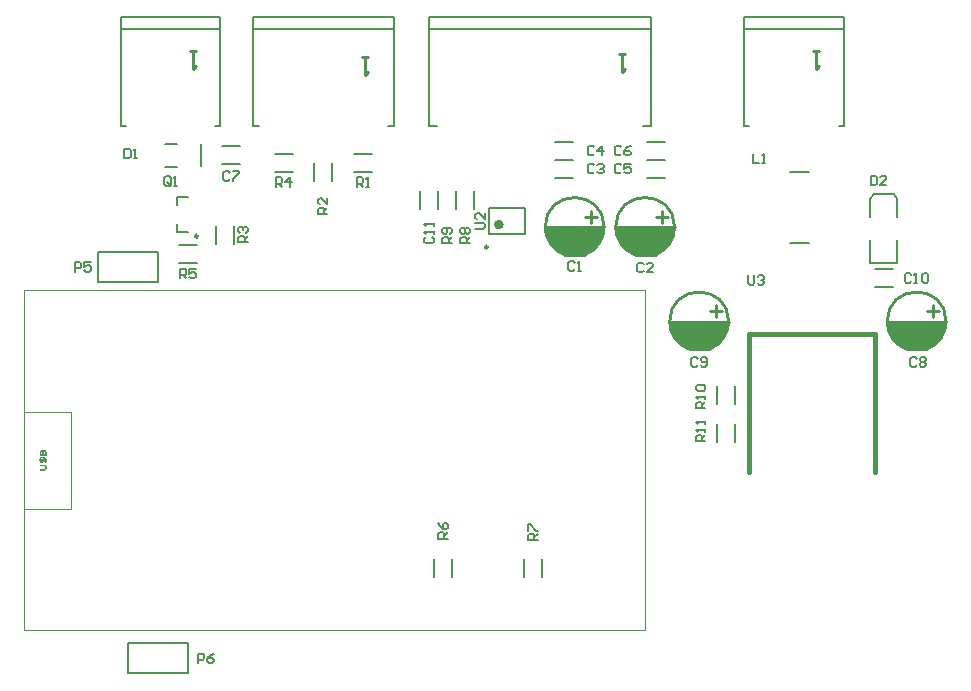
<source format=gto>
G04 Layer_Color=65535*
%FSLAX25Y25*%
%MOIN*%
G70*
G01*
G75*
%ADD35C,0.00984*%
%ADD36C,0.01575*%
%ADD37C,0.01000*%
%ADD38C,0.00787*%
%ADD39C,0.01500*%
%ADD40C,0.00800*%
%ADD41C,0.00394*%
%ADD42C,0.00591*%
G36*
X-10773Y-121018D02*
X-10757D01*
X-10713Y-121023D01*
X-10667Y-121031D01*
X-10615Y-121045D01*
X-10563Y-121062D01*
X-10511Y-121086D01*
X-10508D01*
X-10506Y-121089D01*
X-10489Y-121100D01*
X-10465Y-121113D01*
X-10432Y-121135D01*
X-10396Y-121163D01*
X-10361Y-121195D01*
X-10323Y-121231D01*
X-10287Y-121274D01*
Y-121277D01*
X-10282Y-121280D01*
X-10276Y-121288D01*
X-10271Y-121299D01*
X-10252Y-121326D01*
X-10230Y-121365D01*
X-10205Y-121411D01*
X-10181Y-121463D01*
X-10159Y-121520D01*
X-10140Y-121580D01*
Y-121583D01*
X-10137Y-121588D01*
Y-121597D01*
X-10134Y-121610D01*
X-10129Y-121627D01*
X-10126Y-121646D01*
X-10123Y-121670D01*
X-10118Y-121695D01*
X-10115Y-121725D01*
X-10110Y-121755D01*
X-10107Y-121791D01*
X-10104Y-121829D01*
X-10099Y-121911D01*
X-10096Y-122001D01*
Y-123027D01*
X-12449D01*
Y-122115D01*
Y-122113D01*
Y-122102D01*
Y-122088D01*
Y-122069D01*
Y-122044D01*
Y-122020D01*
X-12447Y-121990D01*
Y-121957D01*
X-12444Y-121889D01*
X-12441Y-121820D01*
X-12436Y-121755D01*
X-12433Y-121728D01*
X-12430Y-121700D01*
Y-121698D01*
Y-121695D01*
X-12427Y-121678D01*
X-12422Y-121651D01*
X-12414Y-121618D01*
X-12400Y-121578D01*
X-12387Y-121534D01*
X-12368Y-121487D01*
X-12346Y-121438D01*
Y-121436D01*
X-12343Y-121433D01*
X-12332Y-121416D01*
X-12318Y-121392D01*
X-12297Y-121362D01*
X-12272Y-121332D01*
X-12239Y-121296D01*
X-12204Y-121266D01*
X-12163Y-121239D01*
X-12157Y-121236D01*
X-12144Y-121228D01*
X-12119Y-121217D01*
X-12086Y-121203D01*
X-12048Y-121193D01*
X-12004Y-121182D01*
X-11955Y-121174D01*
X-11901Y-121171D01*
X-11873D01*
X-11857Y-121174D01*
X-11841Y-121176D01*
X-11800Y-121182D01*
X-11753Y-121193D01*
X-11701Y-121209D01*
X-11652Y-121231D01*
X-11600Y-121261D01*
X-11598D01*
X-11595Y-121266D01*
X-11579Y-121277D01*
X-11554Y-121299D01*
X-11527Y-121326D01*
X-11494Y-121362D01*
X-11461Y-121405D01*
X-11428Y-121457D01*
X-11398Y-121515D01*
X-11385D01*
Y-121512D01*
X-11382Y-121504D01*
X-11379Y-121493D01*
X-11377Y-121476D01*
X-11368Y-121457D01*
X-11363Y-121436D01*
X-11344Y-121384D01*
X-11316Y-121326D01*
X-11284Y-121264D01*
X-11243Y-121206D01*
X-11194Y-121152D01*
X-11191Y-121149D01*
X-11188Y-121146D01*
X-11180Y-121138D01*
X-11169Y-121130D01*
X-11153Y-121119D01*
X-11136Y-121108D01*
X-11117Y-121097D01*
X-11093Y-121083D01*
X-11068Y-121070D01*
X-11038Y-121059D01*
X-10975Y-121037D01*
X-10902Y-121021D01*
X-10860Y-121018D01*
X-10817Y-121015D01*
X-10787D01*
X-10773Y-121018D01*
D02*
G37*
G36*
X-10800Y-123445D02*
X-10776Y-123448D01*
X-10746Y-123450D01*
X-10713Y-123459D01*
X-10675Y-123467D01*
X-10634Y-123478D01*
X-10588Y-123494D01*
X-10544Y-123513D01*
X-10495Y-123538D01*
X-10448Y-123568D01*
X-10402Y-123600D01*
X-10356Y-123639D01*
X-10312Y-123685D01*
X-10268Y-123737D01*
X-10265Y-123740D01*
X-10260Y-123751D01*
X-10249Y-123767D01*
X-10235Y-123792D01*
X-10219Y-123822D01*
X-10200Y-123857D01*
X-10181Y-123898D01*
X-10162Y-123947D01*
X-10140Y-124002D01*
X-10121Y-124062D01*
X-10102Y-124127D01*
X-10085Y-124201D01*
X-10071Y-124277D01*
X-10061Y-124359D01*
X-10055Y-124447D01*
X-10052Y-124540D01*
Y-124542D01*
Y-124553D01*
Y-124567D01*
Y-124589D01*
X-10055Y-124613D01*
Y-124643D01*
X-10058Y-124676D01*
Y-124712D01*
X-10063Y-124794D01*
X-10074Y-124878D01*
X-10085Y-124966D01*
X-10102Y-125050D01*
Y-125053D01*
X-10104Y-125058D01*
X-10107Y-125072D01*
X-10110Y-125086D01*
X-10115Y-125105D01*
X-10123Y-125129D01*
X-10129Y-125154D01*
X-10137Y-125181D01*
X-10156Y-125244D01*
X-10178Y-125312D01*
X-10205Y-125383D01*
X-10233Y-125454D01*
X-10798D01*
Y-125389D01*
X-10795Y-125386D01*
X-10792Y-125380D01*
X-10784Y-125370D01*
X-10773Y-125356D01*
X-10759Y-125337D01*
X-10746Y-125318D01*
X-10729Y-125293D01*
X-10713Y-125266D01*
X-10675Y-125203D01*
X-10637Y-125132D01*
X-10598Y-125053D01*
X-10566Y-124968D01*
Y-124966D01*
X-10563Y-124957D01*
X-10558Y-124946D01*
X-10555Y-124927D01*
X-10547Y-124908D01*
X-10541Y-124884D01*
X-10533Y-124856D01*
X-10527Y-124826D01*
X-10511Y-124758D01*
X-10500Y-124681D01*
X-10489Y-124602D01*
X-10486Y-124521D01*
Y-124518D01*
Y-124510D01*
Y-124499D01*
Y-124482D01*
X-10489Y-124460D01*
Y-124436D01*
X-10492Y-124408D01*
X-10495Y-124376D01*
Y-124373D01*
X-10497Y-124359D01*
Y-124343D01*
X-10503Y-124324D01*
X-10511Y-124275D01*
X-10519Y-124250D01*
X-10527Y-124228D01*
Y-124226D01*
X-10533Y-124217D01*
X-10538Y-124204D01*
X-10547Y-124187D01*
X-10568Y-124149D01*
X-10596Y-124114D01*
X-10598Y-124111D01*
X-10604Y-124106D01*
X-10615Y-124100D01*
X-10628Y-124089D01*
X-10648Y-124081D01*
X-10669Y-124075D01*
X-10694Y-124070D01*
X-10724Y-124067D01*
X-10738D01*
X-10751Y-124070D01*
X-10770Y-124075D01*
X-10790Y-124084D01*
X-10814Y-124097D01*
X-10836Y-124114D01*
X-10858Y-124135D01*
X-10860Y-124138D01*
X-10866Y-124146D01*
X-10877Y-124163D01*
X-10891Y-124185D01*
X-10904Y-124212D01*
X-10918Y-124245D01*
X-10932Y-124283D01*
X-10942Y-124327D01*
Y-124329D01*
X-10945Y-124332D01*
Y-124340D01*
X-10948Y-124348D01*
X-10953Y-124376D01*
X-10961Y-124411D01*
X-10972Y-124452D01*
X-10981Y-124501D01*
X-10992Y-124553D01*
X-11003Y-124608D01*
Y-124611D01*
Y-124613D01*
X-11005Y-124621D01*
X-11008Y-124632D01*
X-11013Y-124662D01*
X-11022Y-124698D01*
X-11033Y-124739D01*
X-11043Y-124785D01*
X-11073Y-124884D01*
Y-124886D01*
X-11079Y-124897D01*
X-11084Y-124911D01*
X-11090Y-124933D01*
X-11101Y-124957D01*
X-11112Y-124985D01*
X-11125Y-125015D01*
X-11142Y-125047D01*
X-11180Y-125118D01*
X-11224Y-125189D01*
X-11276Y-125255D01*
X-11303Y-125285D01*
X-11333Y-125312D01*
X-11336D01*
X-11341Y-125318D01*
X-11349Y-125323D01*
X-11363Y-125331D01*
X-11379Y-125342D01*
X-11398Y-125353D01*
X-11420Y-125364D01*
X-11447Y-125375D01*
X-11475Y-125389D01*
X-11507Y-125399D01*
X-11576Y-125421D01*
X-11658Y-125435D01*
X-11701Y-125438D01*
X-11745Y-125441D01*
X-11759D01*
X-11778Y-125438D01*
X-11800Y-125435D01*
X-11827Y-125432D01*
X-11860Y-125424D01*
X-11895Y-125416D01*
X-11936Y-125402D01*
X-11977Y-125389D01*
X-12021Y-125370D01*
X-12064Y-125345D01*
X-12108Y-125315D01*
X-12155Y-125282D01*
X-12198Y-125244D01*
X-12239Y-125198D01*
X-12280Y-125146D01*
X-12283Y-125143D01*
X-12288Y-125132D01*
X-12299Y-125116D01*
X-12313Y-125091D01*
X-12329Y-125064D01*
X-12346Y-125028D01*
X-12365Y-124987D01*
X-12387Y-124941D01*
X-12406Y-124889D01*
X-12425Y-124832D01*
X-12441Y-124769D01*
X-12458Y-124703D01*
X-12471Y-124630D01*
X-12482Y-124553D01*
X-12488Y-124474D01*
X-12490Y-124389D01*
Y-124387D01*
Y-124379D01*
Y-124368D01*
Y-124348D01*
Y-124329D01*
X-12488Y-124305D01*
Y-124275D01*
X-12485Y-124245D01*
X-12479Y-124177D01*
X-12471Y-124097D01*
X-12460Y-124015D01*
X-12444Y-123931D01*
Y-123928D01*
X-12441Y-123920D01*
X-12438Y-123909D01*
X-12436Y-123893D01*
X-12433Y-123873D01*
X-12427Y-123849D01*
X-12419Y-123824D01*
X-12414Y-123794D01*
X-12398Y-123734D01*
X-12378Y-123666D01*
X-12357Y-123600D01*
X-12332Y-123535D01*
X-11791D01*
Y-123600D01*
Y-123603D01*
X-11797Y-123606D01*
X-11802Y-123614D01*
X-11811Y-123625D01*
X-11819Y-123639D01*
X-11830Y-123655D01*
X-11857Y-123696D01*
X-11887Y-123748D01*
X-11917Y-123808D01*
X-11950Y-123876D01*
X-11980Y-123950D01*
Y-123953D01*
X-11982Y-123958D01*
X-11988Y-123969D01*
X-11991Y-123985D01*
X-11999Y-124004D01*
X-12004Y-124026D01*
X-12010Y-124051D01*
X-12018Y-124078D01*
X-12032Y-124144D01*
X-12045Y-124215D01*
X-12054Y-124291D01*
X-12056Y-124370D01*
Y-124373D01*
Y-124384D01*
Y-124398D01*
Y-124417D01*
X-12054Y-124441D01*
X-12051Y-124466D01*
X-12045Y-124523D01*
Y-124526D01*
X-12043Y-124537D01*
X-12040Y-124550D01*
X-12037Y-124570D01*
X-12032Y-124592D01*
X-12024Y-124613D01*
X-12007Y-124665D01*
Y-124668D01*
X-12002Y-124676D01*
X-11996Y-124687D01*
X-11988Y-124701D01*
X-11966Y-124736D01*
X-11933Y-124772D01*
X-11931Y-124774D01*
X-11925Y-124777D01*
X-11914Y-124785D01*
X-11903Y-124794D01*
X-11887Y-124802D01*
X-11868Y-124807D01*
X-11846Y-124813D01*
X-11824Y-124815D01*
X-11808D01*
X-11791Y-124813D01*
X-11772Y-124807D01*
X-11748Y-124799D01*
X-11726Y-124785D01*
X-11701Y-124769D01*
X-11682Y-124744D01*
X-11680Y-124742D01*
X-11674Y-124731D01*
X-11666Y-124712D01*
X-11652Y-124684D01*
X-11639Y-124649D01*
X-11625Y-124602D01*
X-11617Y-124575D01*
X-11609Y-124545D01*
X-11600Y-124512D01*
X-11592Y-124477D01*
Y-124474D01*
Y-124471D01*
X-11587Y-124455D01*
X-11581Y-124430D01*
X-11576Y-124398D01*
X-11568Y-124359D01*
X-11557Y-124319D01*
X-11538Y-124228D01*
Y-124226D01*
Y-124223D01*
X-11532Y-124206D01*
X-11527Y-124182D01*
X-11521Y-124152D01*
X-11510Y-124114D01*
X-11499Y-124070D01*
X-11486Y-124021D01*
X-11469Y-123972D01*
Y-123969D01*
X-11467Y-123961D01*
X-11461Y-123947D01*
X-11453Y-123928D01*
X-11445Y-123906D01*
X-11434Y-123879D01*
X-11406Y-123822D01*
X-11371Y-123756D01*
X-11330Y-123691D01*
X-11284Y-123628D01*
X-11256Y-123598D01*
X-11229Y-123573D01*
X-11226Y-123570D01*
X-11221Y-123568D01*
X-11213Y-123562D01*
X-11202Y-123551D01*
X-11185Y-123543D01*
X-11169Y-123532D01*
X-11147Y-123519D01*
X-11123Y-123508D01*
X-11095Y-123494D01*
X-11065Y-123483D01*
X-10997Y-123461D01*
X-10921Y-123448D01*
X-10877Y-123445D01*
X-10833Y-123442D01*
X-10817D01*
X-10800Y-123445D01*
D02*
G37*
G36*
X-10907Y-125896D02*
X-10877D01*
X-10839Y-125902D01*
X-10798Y-125907D01*
X-10751Y-125916D01*
X-10699Y-125926D01*
X-10648Y-125940D01*
X-10593Y-125959D01*
X-10538Y-125981D01*
X-10481Y-126006D01*
X-10426Y-126038D01*
X-10375Y-126074D01*
X-10325Y-126115D01*
X-10279Y-126161D01*
X-10276Y-126164D01*
X-10268Y-126175D01*
X-10257Y-126189D01*
X-10244Y-126210D01*
X-10224Y-126238D01*
X-10205Y-126273D01*
X-10183Y-126311D01*
X-10164Y-126358D01*
X-10142Y-126410D01*
X-10121Y-126467D01*
X-10102Y-126532D01*
X-10082Y-126603D01*
X-10069Y-126677D01*
X-10058Y-126759D01*
X-10050Y-126849D01*
X-10047Y-126942D01*
Y-126945D01*
Y-126947D01*
Y-126956D01*
Y-126964D01*
X-10050Y-126991D01*
Y-127027D01*
X-10055Y-127070D01*
X-10061Y-127119D01*
X-10066Y-127174D01*
X-10077Y-127234D01*
X-10088Y-127294D01*
X-10104Y-127360D01*
X-10123Y-127425D01*
X-10145Y-127488D01*
X-10172Y-127553D01*
X-10203Y-127614D01*
X-10238Y-127671D01*
X-10279Y-127723D01*
X-10282Y-127726D01*
X-10290Y-127734D01*
X-10304Y-127747D01*
X-10323Y-127764D01*
X-10347Y-127783D01*
X-10375Y-127805D01*
X-10410Y-127829D01*
X-10448Y-127854D01*
X-10495Y-127878D01*
X-10544Y-127903D01*
X-10598Y-127925D01*
X-10659Y-127944D01*
X-10721Y-127960D01*
X-10792Y-127974D01*
X-10866Y-127982D01*
X-10945Y-127985D01*
X-12449D01*
Y-127379D01*
X-10956D01*
X-10937Y-127376D01*
X-10918D01*
X-10896Y-127373D01*
X-10841Y-127365D01*
X-10781Y-127354D01*
X-10721Y-127335D01*
X-10664Y-127311D01*
X-10639Y-127294D01*
X-10615Y-127278D01*
X-10609Y-127272D01*
X-10596Y-127259D01*
X-10577Y-127231D01*
X-10555Y-127196D01*
X-10544Y-127174D01*
X-10533Y-127149D01*
X-10522Y-127122D01*
X-10514Y-127092D01*
X-10506Y-127059D01*
X-10500Y-127024D01*
X-10497Y-126983D01*
X-10495Y-126942D01*
Y-126939D01*
Y-126931D01*
Y-126920D01*
X-10497Y-126904D01*
Y-126885D01*
X-10500Y-126863D01*
X-10508Y-126814D01*
X-10522Y-126759D01*
X-10544Y-126705D01*
X-10571Y-126650D01*
X-10590Y-126628D01*
X-10609Y-126606D01*
X-10612D01*
X-10615Y-126601D01*
X-10623Y-126595D01*
X-10631Y-126590D01*
X-10645Y-126582D01*
X-10659Y-126573D01*
X-10678Y-126562D01*
X-10699Y-126552D01*
X-10724Y-126543D01*
X-10749Y-126532D01*
X-10781Y-126524D01*
X-10814Y-126516D01*
X-10850Y-126511D01*
X-10891Y-126505D01*
X-10932Y-126500D01*
X-12449D01*
Y-125894D01*
X-10929D01*
X-10907Y-125896D01*
D02*
G37*
G36*
X217264Y-78966D02*
X217041Y-80433D01*
X216602Y-81850D01*
X215955Y-83185D01*
X215115Y-84408D01*
X214101Y-85491D01*
X212936Y-86410D01*
X211647Y-87145D01*
X210955Y-87411D01*
X203888Y-87411D01*
Y-87411D01*
X203196Y-87145D01*
X201906Y-86410D01*
X200742Y-85491D01*
X199728Y-84408D01*
X198888Y-83185D01*
X198241Y-81850D01*
X197801Y-80433D01*
X197579Y-78966D01*
Y-78224D01*
X217264D01*
Y-78966D01*
D02*
G37*
G36*
X175764Y-47470D02*
X175541Y-48937D01*
X175102Y-50354D01*
X174454Y-51689D01*
X173615Y-52912D01*
X172601Y-53995D01*
X171436Y-54914D01*
X170147Y-55648D01*
X169455Y-55915D01*
X162388Y-55915D01*
Y-55915D01*
X161696Y-55648D01*
X160406Y-54914D01*
X159242Y-53995D01*
X158228Y-52912D01*
X157388Y-51689D01*
X156741Y-50354D01*
X156301Y-48937D01*
X156079Y-47470D01*
Y-46728D01*
X175764D01*
Y-47470D01*
D02*
G37*
G36*
X199264D02*
X199041Y-48937D01*
X198602Y-50354D01*
X197954Y-51689D01*
X197115Y-52912D01*
X196101Y-53995D01*
X194936Y-54914D01*
X193647Y-55648D01*
X192955Y-55915D01*
X185888Y-55915D01*
Y-55915D01*
X185196Y-55648D01*
X183906Y-54914D01*
X182742Y-53995D01*
X181728Y-52912D01*
X180888Y-51689D01*
X180241Y-50354D01*
X179801Y-48937D01*
X179579Y-47470D01*
Y-46728D01*
X199264D01*
Y-47470D01*
D02*
G37*
G36*
X289764Y-78966D02*
X289541Y-80433D01*
X289102Y-81850D01*
X288455Y-83185D01*
X287615Y-84408D01*
X286601Y-85491D01*
X285436Y-86410D01*
X284147Y-87145D01*
X283455Y-87411D01*
X276388Y-87411D01*
Y-87411D01*
X275696Y-87145D01*
X274406Y-86410D01*
X273242Y-85491D01*
X272228Y-84408D01*
X271388Y-83185D01*
X270741Y-81850D01*
X270301Y-80433D01*
X270079Y-78966D01*
Y-78224D01*
X289764D01*
Y-78966D01*
D02*
G37*
%LPC*%
G36*
X-10825Y-121646D02*
X-10844D01*
X-10863Y-121649D01*
X-10888Y-121651D01*
X-10915Y-121657D01*
X-10945Y-121665D01*
X-10972Y-121676D01*
X-10997Y-121689D01*
X-11000Y-121692D01*
X-11008Y-121698D01*
X-11019Y-121709D01*
X-11033Y-121725D01*
X-11046Y-121744D01*
X-11062Y-121769D01*
X-11076Y-121801D01*
X-11090Y-121837D01*
Y-121840D01*
X-11093Y-121851D01*
X-11095Y-121867D01*
X-11101Y-121889D01*
X-11103Y-121916D01*
X-11106Y-121949D01*
X-11109Y-121990D01*
X-11112Y-122033D01*
Y-122039D01*
Y-122055D01*
Y-122080D01*
X-11114Y-122113D01*
Y-122151D01*
Y-122195D01*
Y-122241D01*
Y-122290D01*
Y-122421D01*
X-10527D01*
Y-122377D01*
Y-122375D01*
Y-122366D01*
Y-122353D01*
Y-122336D01*
Y-122315D01*
Y-122290D01*
Y-122236D01*
Y-122178D01*
Y-122118D01*
Y-122061D01*
Y-122036D01*
Y-122014D01*
Y-122009D01*
Y-121995D01*
X-10530Y-121976D01*
X-10533Y-121949D01*
X-10538Y-121916D01*
X-10547Y-121883D01*
X-10555Y-121848D01*
X-10568Y-121812D01*
X-10571Y-121807D01*
X-10577Y-121796D01*
X-10585Y-121780D01*
X-10598Y-121760D01*
X-10612Y-121739D01*
X-10631Y-121717D01*
X-10650Y-121698D01*
X-10675Y-121681D01*
X-10678Y-121678D01*
X-10686Y-121676D01*
X-10699Y-121670D01*
X-10719Y-121662D01*
X-10740Y-121657D01*
X-10765Y-121651D01*
X-10795Y-121649D01*
X-10825Y-121646D01*
D02*
G37*
G36*
X-11783Y-121791D02*
X-11794D01*
X-11805Y-121793D01*
X-11819D01*
X-11857Y-121804D01*
X-11876Y-121810D01*
X-11898Y-121820D01*
X-11901D01*
X-11909Y-121826D01*
X-11920Y-121834D01*
X-11931Y-121845D01*
X-11947Y-121859D01*
X-11961Y-121878D01*
X-11974Y-121900D01*
X-11988Y-121924D01*
Y-121927D01*
X-11991Y-121935D01*
X-11996Y-121949D01*
X-12002Y-121968D01*
X-12004Y-121993D01*
X-12010Y-122020D01*
X-12013Y-122053D01*
X-12015Y-122088D01*
Y-122093D01*
Y-122107D01*
Y-122129D01*
X-12018Y-122159D01*
Y-122200D01*
Y-122246D01*
Y-122304D01*
Y-122366D01*
Y-122421D01*
X-11521D01*
Y-122328D01*
Y-122326D01*
Y-122323D01*
Y-122315D01*
Y-122304D01*
Y-122276D01*
Y-122244D01*
Y-122205D01*
Y-122164D01*
X-11524Y-122121D01*
Y-122083D01*
Y-122077D01*
X-11527Y-122066D01*
Y-122047D01*
X-11529Y-122025D01*
X-11540Y-121973D01*
X-11548Y-121946D01*
X-11557Y-121924D01*
X-11559Y-121922D01*
X-11562Y-121911D01*
X-11570Y-121897D01*
X-11581Y-121881D01*
X-11611Y-121845D01*
X-11630Y-121829D01*
X-11649Y-121818D01*
X-11652D01*
X-11660Y-121812D01*
X-11671Y-121810D01*
X-11688Y-121804D01*
X-11707Y-121799D01*
X-11731Y-121796D01*
X-11783Y-121791D01*
D02*
G37*
%LPD*%
D35*
X137024Y-53390D02*
G03*
X137024Y-53390I-492J0D01*
G01*
X40429Y-49784D02*
G03*
X40429Y-49784I-492J0D01*
G01*
D36*
X141453Y-45910D02*
G03*
X141453Y-45910I-787J0D01*
G01*
D37*
X169455Y-55915D02*
G03*
X175764Y-46728I-3533J9186D01*
G01*
X156079D02*
G03*
X162388Y-55915I9843J0D01*
G01*
X175764Y-46728D02*
G03*
X156079Y-46728I-9843J0D01*
G01*
X192955Y-55915D02*
G03*
X199264Y-46728I-3533J9186D01*
G01*
X179579D02*
G03*
X185888Y-55915I9843J0D01*
G01*
X199264Y-46728D02*
G03*
X179579Y-46728I-9843J0D01*
G01*
X283455Y-87411D02*
G03*
X289764Y-78224I-3533J9186D01*
G01*
X270079D02*
G03*
X276388Y-87411I9843J0D01*
G01*
X289764Y-78224D02*
G03*
X270079Y-78224I-9843J0D01*
G01*
X210955Y-87411D02*
G03*
X217264Y-78224I-3533J9186D01*
G01*
X197579D02*
G03*
X203888Y-87411I9843J0D01*
G01*
X217264Y-78224D02*
G03*
X197579Y-78224I-9843J0D01*
G01*
X156121Y-46728D02*
X175721D01*
X162388Y-55915D02*
X169455D01*
X179621Y-46728D02*
X199221D01*
X185888Y-55915D02*
X192955D01*
X270121Y-78224D02*
X289721D01*
X276388Y-87411D02*
X283455D01*
X197621Y-78224D02*
X217221D01*
X203888Y-87411D02*
X210955D01*
X247496Y12051D02*
X245497D01*
X246496D01*
Y6053D01*
X247496Y7053D01*
X97055Y9980D02*
X95056D01*
X96055D01*
Y3982D01*
X97055Y4982D01*
X39728Y12047D02*
X37729D01*
X38729D01*
Y6049D01*
X39728Y7049D01*
X182768Y11067D02*
X180768D01*
X181768D01*
Y5069D01*
X182768Y6069D01*
X171522Y-52628D02*
Y-48630D01*
X171422Y-45328D02*
Y-41330D01*
X169423Y-43329D02*
X173422D01*
X195022Y-52628D02*
Y-48630D01*
X194922Y-45328D02*
Y-41330D01*
X192923Y-43329D02*
X196922D01*
X285522Y-84124D02*
Y-80126D01*
X285422Y-76824D02*
Y-72826D01*
X283423Y-74825D02*
X287422D01*
X213022Y-84124D02*
Y-80126D01*
X212922Y-76824D02*
Y-72826D01*
X210923Y-74825D02*
X214922D01*
D38*
X273449Y-58642D02*
Y-51161D01*
X264394Y-58642D02*
Y-51161D01*
Y-58642D02*
X273449D01*
X265713Y-35807D02*
X272248D01*
X273449Y-43287D02*
Y-37308D01*
X264394Y-37456D02*
X265713Y-35807D01*
X272248D02*
X273449Y-37308D01*
X264394Y-43287D02*
Y-37456D01*
X222496Y-12949D02*
Y23272D01*
X253894Y-12949D02*
X255469D01*
X255567D02*
Y23272D01*
X222496Y19335D02*
X255567D01*
X222496Y23272D02*
X255567D01*
X222594Y-12949D02*
X224169D01*
X105815Y-12953D02*
Y23268D01*
X58571D02*
X105815D01*
X103847Y-12953D02*
X105815D01*
X58571Y19331D02*
X105421D01*
X58571Y-12953D02*
Y23268D01*
Y-12953D02*
X60539D01*
X14728D02*
Y23268D01*
X46126Y-12953D02*
X47701D01*
X47799D02*
Y23268D01*
X14728Y19331D02*
X47799D01*
X14728Y23268D02*
X47799D01*
X14827Y-12953D02*
X16402D01*
X117413Y19335D02*
X191429D01*
X117413Y-12949D02*
Y23272D01*
X188772Y-12949D02*
X191429D01*
Y23272D01*
X117413D02*
X191429D01*
X117413Y-12949D02*
X120071D01*
X237772Y-52035D02*
X244071D01*
X237772Y-28413D02*
X244071D01*
X137516Y-49059D02*
X149327D01*
X137516Y-40398D02*
X149327D01*
X137516Y-49059D02*
Y-40398D01*
X149327Y-49059D02*
Y-40398D01*
X33244Y-39350D02*
Y-36595D01*
X37181D01*
X33244Y-48406D02*
Y-45650D01*
Y-48406D02*
X37181D01*
X29421Y-26567D02*
X33421D01*
X29421Y-18890D02*
X33421D01*
X41264Y-26272D02*
Y-19185D01*
X37000Y-195500D02*
Y-185500D01*
X17000Y-195500D02*
X37000D01*
X17000D02*
Y-185500D01*
X37000D01*
X7000Y-65000D02*
Y-55000D01*
X27000D01*
Y-65000D02*
Y-55000D01*
X7000Y-65000D02*
X27000D01*
D39*
X265925Y-128535D02*
Y-82236D01*
X223917Y-128535D02*
Y-82236D01*
X265925D01*
D40*
X114421Y-40728D02*
Y-34728D01*
X120421Y-40728D02*
Y-34728D01*
X126421Y-40728D02*
Y-34728D01*
X120421Y-40728D02*
Y-34728D01*
X132421Y-40579D02*
Y-34579D01*
X126421Y-40579D02*
Y-34579D01*
X159421Y-24228D02*
X165421D01*
X159421Y-30228D02*
X165421D01*
X159421Y-18228D02*
X165421D01*
X159421Y-24228D02*
X165421D01*
X189921Y-30228D02*
X195921D01*
X189921Y-24228D02*
X195921D01*
X189921D02*
X195921D01*
X189921Y-18228D02*
X195921D01*
X65921Y-28228D02*
X71921D01*
X65921Y-22228D02*
X71921D01*
X92421Y-28228D02*
X98421D01*
X92421Y-22228D02*
X98421D01*
X78921Y-31228D02*
Y-25228D01*
X84921Y-31228D02*
Y-25228D01*
X265921Y-66724D02*
X271921D01*
X265921Y-60724D02*
X271921D01*
X213421Y-105874D02*
Y-99874D01*
X219421Y-105874D02*
Y-99874D01*
X213421Y-118374D02*
Y-112374D01*
X219421Y-118374D02*
Y-112374D01*
X155000Y-163500D02*
Y-157500D01*
X149000Y-163500D02*
Y-157500D01*
X125000Y-163500D02*
Y-157500D01*
X119000Y-163500D02*
Y-157500D01*
X52421Y-52228D02*
Y-46228D01*
X46421Y-52228D02*
Y-46228D01*
X33921Y-58728D02*
X39921D01*
X33921Y-52728D02*
X39921D01*
X48421Y-25728D02*
X54421D01*
X48421Y-19728D02*
X54421D01*
D41*
X-17626Y-140740D02*
X-1878D01*
X-17626Y-108260D02*
X-1878D01*
Y-140740D02*
Y-108260D01*
X-17724Y-67807D02*
X189362D01*
X-17724Y-181193D02*
Y-67807D01*
Y-181193D02*
X189362D01*
Y-67807D01*
D42*
X264624Y-29680D02*
Y-32828D01*
X266198D01*
X266723Y-32304D01*
Y-30204D01*
X266198Y-29680D01*
X264624D01*
X269871Y-32828D02*
X267772D01*
X269871Y-30729D01*
Y-30204D01*
X269346Y-29680D01*
X268297D01*
X267772Y-30204D01*
X209496Y-107160D02*
X206347D01*
Y-105586D01*
X206872Y-105061D01*
X207921D01*
X208446Y-105586D01*
Y-107160D01*
Y-106111D02*
X209496Y-105061D01*
Y-104012D02*
Y-102962D01*
Y-103487D01*
X206347D01*
X206872Y-104012D01*
Y-101388D02*
X206347Y-100863D01*
Y-99813D01*
X206872Y-99289D01*
X208971D01*
X209496Y-99813D01*
Y-100863D01*
X208971Y-101388D01*
X206872D01*
X209496Y-118135D02*
X206347D01*
Y-116561D01*
X206872Y-116036D01*
X207921D01*
X208446Y-116561D01*
Y-118135D01*
Y-117086D02*
X209496Y-116036D01*
Y-114987D02*
Y-113937D01*
Y-114462D01*
X206347D01*
X206872Y-114987D01*
X209496Y-112363D02*
Y-111313D01*
Y-111838D01*
X206347D01*
X206872Y-112363D01*
X132847Y-47352D02*
X135471D01*
X135996Y-46827D01*
Y-45778D01*
X135471Y-45253D01*
X132847D01*
X135996Y-42105D02*
Y-44204D01*
X133897Y-42105D01*
X133372D01*
X132847Y-42629D01*
Y-43679D01*
X133372Y-44204D01*
X223724Y-62880D02*
Y-65504D01*
X224248Y-66028D01*
X225298D01*
X225823Y-65504D01*
Y-62880D01*
X226872Y-63405D02*
X227397Y-62880D01*
X228447D01*
X228971Y-63405D01*
Y-63929D01*
X228447Y-64454D01*
X227922D01*
X228447D01*
X228971Y-64979D01*
Y-65504D01*
X228447Y-66028D01*
X227397D01*
X226872Y-65504D01*
X172397Y-26179D02*
X171872Y-25654D01*
X170822D01*
X170297Y-26179D01*
Y-28278D01*
X170822Y-28803D01*
X171872D01*
X172397Y-28278D01*
X173446Y-26179D02*
X173971Y-25654D01*
X175020D01*
X175545Y-26179D01*
Y-26704D01*
X175020Y-27228D01*
X174496D01*
X175020D01*
X175545Y-27753D01*
Y-28278D01*
X175020Y-28803D01*
X173971D01*
X173446Y-28278D01*
X172397Y-20179D02*
X171872Y-19654D01*
X170822D01*
X170297Y-20179D01*
Y-22278D01*
X170822Y-22803D01*
X171872D01*
X172397Y-22278D01*
X175020Y-22803D02*
Y-19654D01*
X173446Y-21228D01*
X175545D01*
X181396Y-26179D02*
X180872Y-25654D01*
X179822D01*
X179297Y-26179D01*
Y-28278D01*
X179822Y-28803D01*
X180872D01*
X181396Y-28278D01*
X184545Y-25654D02*
X182446D01*
Y-27228D01*
X183496Y-26704D01*
X184020D01*
X184545Y-27228D01*
Y-28278D01*
X184020Y-28803D01*
X182971D01*
X182446Y-28278D01*
X181396Y-20179D02*
X180872Y-19654D01*
X179822D01*
X179297Y-20179D01*
Y-22278D01*
X179822Y-22803D01*
X180872D01*
X181396Y-22278D01*
X184545Y-19654D02*
X183496Y-20179D01*
X182446Y-21228D01*
Y-22278D01*
X182971Y-22803D01*
X184020D01*
X184545Y-22278D01*
Y-21753D01*
X184020Y-21228D01*
X182446D01*
X50897Y-28679D02*
X50372Y-28154D01*
X49322D01*
X48797Y-28679D01*
Y-30778D01*
X49322Y-31303D01*
X50372D01*
X50897Y-30778D01*
X51946Y-28154D02*
X54045D01*
Y-28679D01*
X51946Y-30778D01*
Y-31303D01*
X278085Y-62675D02*
X277560Y-62150D01*
X276510D01*
X275986Y-62675D01*
Y-64774D01*
X276510Y-65299D01*
X277560D01*
X278085Y-64774D01*
X279134Y-65299D02*
X280184D01*
X279659D01*
Y-62150D01*
X279134Y-62675D01*
X281758D02*
X282283Y-62150D01*
X283332D01*
X283857Y-62675D01*
Y-64774D01*
X283332Y-65299D01*
X282283D01*
X281758Y-64774D01*
Y-62675D01*
X15822Y-20654D02*
Y-23803D01*
X17397D01*
X17921Y-23278D01*
Y-21179D01*
X17397Y-20654D01*
X15822D01*
X18971Y-23803D02*
X20020D01*
X19496D01*
Y-20654D01*
X18971Y-21179D01*
X93322Y-33303D02*
Y-30154D01*
X94897D01*
X95421Y-30679D01*
Y-31728D01*
X94897Y-32253D01*
X93322D01*
X94372D02*
X95421Y-33303D01*
X96471D02*
X97520D01*
X96996D01*
Y-30154D01*
X96471Y-30679D01*
X83496Y-42352D02*
X80347D01*
Y-40778D01*
X80872Y-40253D01*
X81921D01*
X82446Y-40778D01*
Y-42352D01*
Y-41303D02*
X83496Y-40253D01*
Y-37104D02*
Y-39204D01*
X81397Y-37104D01*
X80872D01*
X80347Y-37629D01*
Y-38679D01*
X80872Y-39204D01*
X56996Y-51852D02*
X53847D01*
Y-50278D01*
X54372Y-49753D01*
X55421D01*
X55946Y-50278D01*
Y-51852D01*
Y-50803D02*
X56996Y-49753D01*
X54372Y-48704D02*
X53847Y-48179D01*
Y-47129D01*
X54372Y-46604D01*
X54896D01*
X55421Y-47129D01*
Y-47654D01*
Y-47129D01*
X55946Y-46604D01*
X56471D01*
X56996Y-47129D01*
Y-48179D01*
X56471Y-48704D01*
X66297Y-33303D02*
Y-30154D01*
X67872D01*
X68397Y-30679D01*
Y-31728D01*
X67872Y-32253D01*
X66297D01*
X67347D02*
X68397Y-33303D01*
X71020D02*
Y-30154D01*
X69446Y-31728D01*
X71545D01*
X34297Y-63803D02*
Y-60654D01*
X35872D01*
X36397Y-61179D01*
Y-62228D01*
X35872Y-62753D01*
X34297D01*
X35347D02*
X36397Y-63803D01*
X39545Y-60654D02*
X37446D01*
Y-62228D01*
X38496Y-61704D01*
X39020D01*
X39545Y-62228D01*
Y-63278D01*
X39020Y-63803D01*
X37971D01*
X37446Y-63278D01*
X123574Y-150624D02*
X120426D01*
Y-149049D01*
X120950Y-148525D01*
X122000D01*
X122525Y-149049D01*
Y-150624D01*
Y-149574D02*
X123574Y-148525D01*
X120426Y-145376D02*
X120950Y-146426D01*
X122000Y-147475D01*
X123049D01*
X123574Y-146950D01*
Y-145901D01*
X123049Y-145376D01*
X122525D01*
X122000Y-145901D01*
Y-147475D01*
X153574Y-151124D02*
X150426D01*
Y-149549D01*
X150951Y-149025D01*
X152000D01*
X152525Y-149549D01*
Y-151124D01*
Y-150074D02*
X153574Y-149025D01*
X150426Y-147975D02*
Y-145876D01*
X150951D01*
X153050Y-147975D01*
X153574D01*
X130996Y-52139D02*
X127847D01*
Y-50565D01*
X128372Y-50040D01*
X129421D01*
X129946Y-50565D01*
Y-52139D01*
Y-51090D02*
X130996Y-50040D01*
X128372Y-48991D02*
X127847Y-48466D01*
Y-47416D01*
X128372Y-46892D01*
X128896D01*
X129421Y-47416D01*
X129946Y-46892D01*
X130471D01*
X130996Y-47416D01*
Y-48466D01*
X130471Y-48991D01*
X129946D01*
X129421Y-48466D01*
X128896Y-48991D01*
X128372D01*
X129421Y-48466D02*
Y-47416D01*
X124996Y-52139D02*
X121847D01*
Y-50565D01*
X122372Y-50040D01*
X123421D01*
X123946Y-50565D01*
Y-52139D01*
Y-51090D02*
X124996Y-50040D01*
X124471Y-48991D02*
X124996Y-48466D01*
Y-47416D01*
X124471Y-46892D01*
X122372D01*
X121847Y-47416D01*
Y-48466D01*
X122372Y-48991D01*
X122897D01*
X123421Y-48466D01*
Y-46892D01*
X225224Y-22280D02*
Y-25428D01*
X227323D01*
X228372D02*
X229422D01*
X228897D01*
Y-22280D01*
X228372Y-22805D01*
X165921Y-58679D02*
X165396Y-58154D01*
X164347D01*
X163822Y-58679D01*
Y-60778D01*
X164347Y-61303D01*
X165396D01*
X165921Y-60778D01*
X166971Y-61303D02*
X168020D01*
X167496D01*
Y-58154D01*
X166971Y-58679D01*
X188897Y-59179D02*
X188372Y-58654D01*
X187322D01*
X186797Y-59179D01*
Y-61278D01*
X187322Y-61803D01*
X188372D01*
X188897Y-61278D01*
X192045Y-61803D02*
X189946D01*
X192045Y-59704D01*
Y-59179D01*
X191520Y-58654D01*
X190471D01*
X189946Y-59179D01*
X279896Y-90675D02*
X279372Y-90150D01*
X278322D01*
X277797Y-90675D01*
Y-92774D01*
X278322Y-93299D01*
X279372D01*
X279896Y-92774D01*
X280946Y-90675D02*
X281471Y-90150D01*
X282520D01*
X283045Y-90675D01*
Y-91200D01*
X282520Y-91724D01*
X283045Y-92249D01*
Y-92774D01*
X282520Y-93299D01*
X281471D01*
X280946Y-92774D01*
Y-92249D01*
X281471Y-91724D01*
X280946Y-91200D01*
Y-90675D01*
X281471Y-91724D02*
X282520D01*
X206896Y-90675D02*
X206372Y-90150D01*
X205322D01*
X204797Y-90675D01*
Y-92774D01*
X205322Y-93299D01*
X206372D01*
X206896Y-92774D01*
X207946D02*
X208471Y-93299D01*
X209520D01*
X210045Y-92774D01*
Y-90675D01*
X209520Y-90150D01*
X208471D01*
X207946Y-90675D01*
Y-91200D01*
X208471Y-91724D01*
X210045D01*
X-624Y-61574D02*
Y-58426D01*
X950D01*
X1475Y-58951D01*
Y-60000D01*
X950Y-60525D01*
X-624D01*
X4624Y-58426D02*
X2525D01*
Y-60000D01*
X3574Y-59475D01*
X4099D01*
X4624Y-60000D01*
Y-61049D01*
X4099Y-61574D01*
X3049D01*
X2525Y-61049D01*
X40376Y-192074D02*
Y-188926D01*
X41951D01*
X42475Y-189451D01*
Y-190500D01*
X41951Y-191025D01*
X40376D01*
X45624Y-188926D02*
X44574Y-189451D01*
X43525Y-190500D01*
Y-191550D01*
X44050Y-192074D01*
X45099D01*
X45624Y-191550D01*
Y-191025D01*
X45099Y-190500D01*
X43525D01*
X31223Y-32404D02*
Y-30305D01*
X30698Y-29780D01*
X29648D01*
X29124Y-30305D01*
Y-32404D01*
X29648Y-32928D01*
X30698D01*
X30173Y-31879D02*
X31223Y-32928D01*
X30698D02*
X31223Y-32404D01*
X32272Y-32928D02*
X33322D01*
X32797D01*
Y-29780D01*
X32272Y-30305D01*
X116372Y-50040D02*
X115847Y-50565D01*
Y-51614D01*
X116372Y-52139D01*
X118471D01*
X118996Y-51614D01*
Y-50565D01*
X118471Y-50040D01*
X118996Y-48991D02*
Y-47941D01*
Y-48466D01*
X115847D01*
X116372Y-48991D01*
X118996Y-46367D02*
Y-45317D01*
Y-45842D01*
X115847D01*
X116372Y-46367D01*
M02*

</source>
